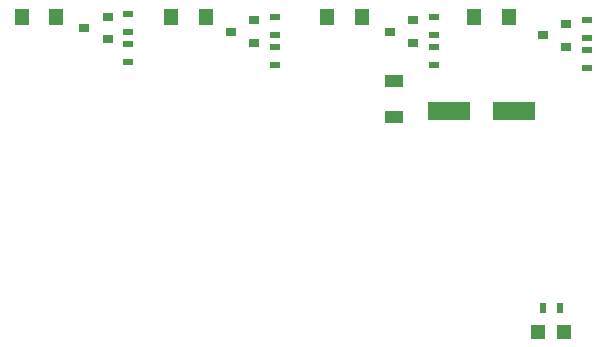
<source format=gbr>
G04 #@! TF.FileFunction,Paste,Top*
%FSLAX46Y46*%
G04 Gerber Fmt 4.6, Leading zero omitted, Abs format (unit mm)*
G04 Created by KiCad (PCBNEW 4.0.7) date 04/02/18 06:39:33*
%MOMM*%
%LPD*%
G01*
G04 APERTURE LIST*
%ADD10C,0.100000*%
%ADD11R,1.600000X1.000000*%
%ADD12R,3.599200X1.600200*%
%ADD13R,1.300000X1.400000*%
%ADD14R,0.900000X0.800000*%
%ADD15R,1.200000X1.200000*%
%ADD16R,0.900000X0.500000*%
%ADD17R,0.500000X0.900000*%
G04 APERTURE END LIST*
D10*
D11*
X65405000Y-48665000D03*
X65405000Y-51665000D03*
D12*
X70071000Y-51130200D03*
X75572600Y-51130200D03*
D13*
X33930000Y-43180000D03*
X36830000Y-43180000D03*
X59764000Y-43180000D03*
X62664000Y-43180000D03*
X46556000Y-43180000D03*
X49456000Y-43180000D03*
X72210000Y-43180000D03*
X75110000Y-43180000D03*
D14*
X41180000Y-45080000D03*
X41180000Y-43180000D03*
X39180000Y-44130000D03*
X53578000Y-45400000D03*
X53578000Y-43500000D03*
X51578000Y-44450000D03*
X67040000Y-45400000D03*
X67040000Y-43500000D03*
X65040000Y-44450000D03*
X80010000Y-45720000D03*
X80010000Y-43820000D03*
X78010000Y-44770000D03*
D15*
X79840000Y-69850000D03*
X77640000Y-69850000D03*
D16*
X42926000Y-45478000D03*
X42926000Y-46978000D03*
X42926000Y-42938000D03*
X42926000Y-44438000D03*
X55372000Y-45732000D03*
X55372000Y-47232000D03*
X55372000Y-43192000D03*
X55372000Y-44692000D03*
X68834000Y-45732000D03*
X68834000Y-47232000D03*
X68834000Y-43192000D03*
X68834000Y-44692000D03*
X81788000Y-45986000D03*
X81788000Y-47486000D03*
X81788000Y-43446000D03*
X81788000Y-44946000D03*
D17*
X77990000Y-67818000D03*
X79490000Y-67818000D03*
M02*

</source>
